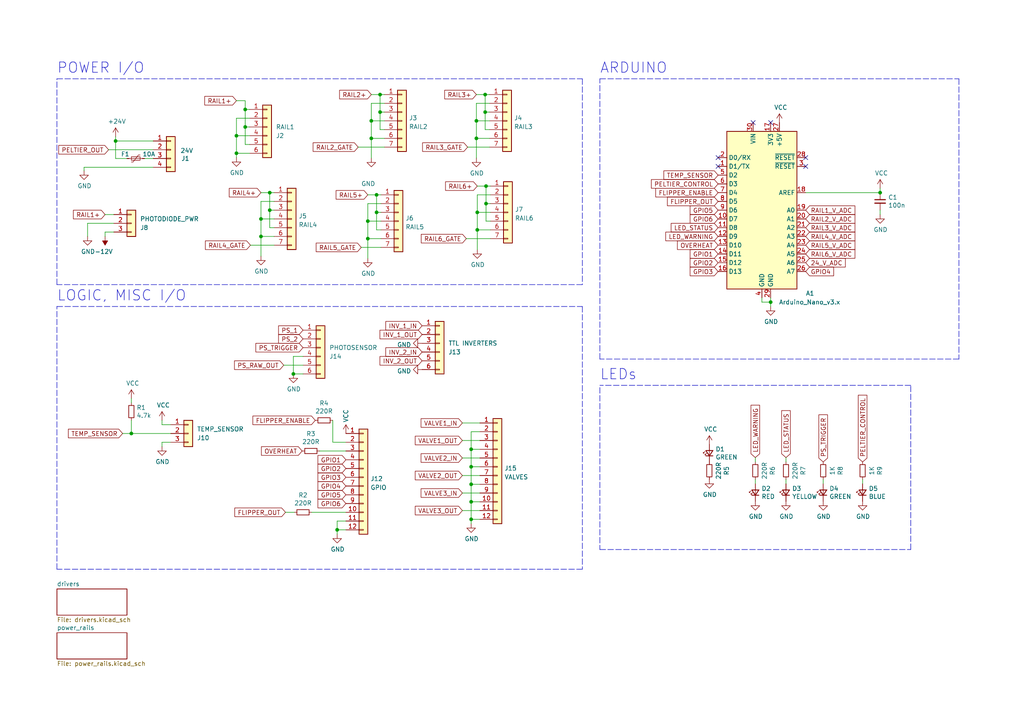
<source format=kicad_sch>
(kicad_sch (version 20211123) (generator eeschema)
  (paper "A4")
  (lib_symbols
    (symbol "Connector_Generic:Conn_01x03" (pin_names (offset 1.016) hide)
      (property "Reference" "J" (at 0 5.08 0))
      (property "Value" "Conn_01x03" (at 0 -5.08 0))
      (symbol "Conn_01x03_1_1"
        (rectangle (start -1.27 -2.413) (end 0 -2.667) (stroke (width 0.1524)))
        (rectangle (start -1.27 0.127) (end 0 -0.127) (stroke (width 0.1524)))
        (rectangle (start -1.27 2.667) (end 0 2.413) (stroke (width 0.1524)))
        (rectangle (start -1.27 3.81) (end 1.27 -3.81) (stroke (width 0.254)) (fill (type background)))
        (pin passive line (at -5.08 2.54 0) (length 3.81) (name "Pin_1") (number "1"))
        (pin passive line (at -5.08 0 0) (length 3.81) (name "Pin_2") (number "2"))
        (pin passive line (at -5.08 -2.54 0) (length 3.81) (name "Pin_3") (number "3"))
      )
    )
    (symbol "Connector_Generic:Conn_01x04" (pin_names (offset 1.016) hide)
      (property "Reference" "J" (at 0 5.08 0))
      (property "Value" "Conn_01x04" (at 0 -7.62 0))
      (symbol "Conn_01x04_1_1"
        (rectangle (start -1.27 -4.953) (end 0 -5.207) (stroke (width 0.1524)))
        (rectangle (start -1.27 -2.413) (end 0 -2.667) (stroke (width 0.1524)))
        (rectangle (start -1.27 0.127) (end 0 -0.127) (stroke (width 0.1524)))
        (rectangle (start -1.27 2.667) (end 0 2.413) (stroke (width 0.1524)))
        (rectangle (start -1.27 3.81) (end 1.27 -6.35) (stroke (width 0.254)) (fill (type background)))
        (pin passive line (at -5.08 2.54 0) (length 3.81) (name "Pin_1") (number "1"))
        (pin passive line (at -5.08 0 0) (length 3.81) (name "Pin_2") (number "2"))
        (pin passive line (at -5.08 -2.54 0) (length 3.81) (name "Pin_3") (number "3"))
        (pin passive line (at -5.08 -5.08 0) (length 3.81) (name "Pin_4") (number "4"))
      )
    )
    (symbol "Connector_Generic:Conn_01x06" (pin_names (offset 1.016) hide)
      (property "Reference" "J" (at 0 7.62 0))
      (property "Value" "Conn_01x06" (at 0 -10.16 0))
      (symbol "Conn_01x06_1_1"
        (rectangle (start -1.27 -7.493) (end 0 -7.747) (stroke (width 0.1524)))
        (rectangle (start -1.27 -4.953) (end 0 -5.207) (stroke (width 0.1524)))
        (rectangle (start -1.27 -2.413) (end 0 -2.667) (stroke (width 0.1524)))
        (rectangle (start -1.27 0.127) (end 0 -0.127) (stroke (width 0.1524)))
        (rectangle (start -1.27 2.667) (end 0 2.413) (stroke (width 0.1524)))
        (rectangle (start -1.27 5.207) (end 0 4.953) (stroke (width 0.1524)))
        (rectangle (start -1.27 6.35) (end 1.27 -8.89) (stroke (width 0.254)) (fill (type background)))
        (pin passive line (at -5.08 5.08 0) (length 3.81) (name "Pin_1") (number "1"))
        (pin passive line (at -5.08 2.54 0) (length 3.81) (name "Pin_2") (number "2"))
        (pin passive line (at -5.08 0 0) (length 3.81) (name "Pin_3") (number "3"))
        (pin passive line (at -5.08 -2.54 0) (length 3.81) (name "Pin_4") (number "4"))
        (pin passive line (at -5.08 -5.08 0) (length 3.81) (name "Pin_5") (number "5"))
        (pin passive line (at -5.08 -7.62 0) (length 3.81) (name "Pin_6") (number "6"))
      )
    )
    (symbol "Connector_Generic:Conn_01x07" (pin_names (offset 1.016) hide)
      (property "Reference" "J" (at 0 10.16 0))
      (property "Value" "Conn_01x07" (at 0 -10.16 0))
      (symbol "Conn_01x07_1_1"
        (rectangle (start -1.27 -7.493) (end 0 -7.747) (stroke (width 0.1524)))
        (rectangle (start -1.27 -4.953) (end 0 -5.207) (stroke (width 0.1524)))
        (rectangle (start -1.27 -2.413) (end 0 -2.667) (stroke (width 0.1524)))
        (rectangle (start -1.27 0.127) (end 0 -0.127) (stroke (width 0.1524)))
        (rectangle (start -1.27 2.667) (end 0 2.413) (stroke (width 0.1524)))
        (rectangle (start -1.27 5.207) (end 0 4.953) (stroke (width 0.1524)))
        (rectangle (start -1.27 7.747) (end 0 7.493) (stroke (width 0.1524)))
        (rectangle (start -1.27 8.89) (end 1.27 -8.89) (stroke (width 0.254)) (fill (type background)))
        (pin passive line (at -5.08 7.62 0) (length 3.81) (name "Pin_1") (number "1"))
        (pin passive line (at -5.08 5.08 0) (length 3.81) (name "Pin_2") (number "2"))
        (pin passive line (at -5.08 2.54 0) (length 3.81) (name "Pin_3") (number "3"))
        (pin passive line (at -5.08 0 0) (length 3.81) (name "Pin_4") (number "4"))
        (pin passive line (at -5.08 -2.54 0) (length 3.81) (name "Pin_5") (number "5"))
        (pin passive line (at -5.08 -5.08 0) (length 3.81) (name "Pin_6") (number "6"))
        (pin passive line (at -5.08 -7.62 0) (length 3.81) (name "Pin_7") (number "7"))
      )
    )
    (symbol "Connector_Generic:Conn_01x12" (pin_names (offset 1.016) hide)
      (property "Reference" "J" (at 0 15.24 0))
      (property "Value" "Conn_01x12" (at 0 -17.78 0))
      (symbol "Conn_01x12_1_1"
        (rectangle (start -1.27 -15.113) (end 0 -15.367) (stroke (width 0.1524)))
        (rectangle (start -1.27 -12.573) (end 0 -12.827) (stroke (width 0.1524)))
        (rectangle (start -1.27 -10.033) (end 0 -10.287) (stroke (width 0.1524)))
        (rectangle (start -1.27 -7.493) (end 0 -7.747) (stroke (width 0.1524)))
        (rectangle (start -1.27 -4.953) (end 0 -5.207) (stroke (width 0.1524)))
        (rectangle (start -1.27 -2.413) (end 0 -2.667) (stroke (width 0.1524)))
        (rectangle (start -1.27 0.127) (end 0 -0.127) (stroke (width 0.1524)))
        (rectangle (start -1.27 2.667) (end 0 2.413) (stroke (width 0.1524)))
        (rectangle (start -1.27 5.207) (end 0 4.953) (stroke (width 0.1524)))
        (rectangle (start -1.27 7.747) (end 0 7.493) (stroke (width 0.1524)))
        (rectangle (start -1.27 10.287) (end 0 10.033) (stroke (width 0.1524)))
        (rectangle (start -1.27 12.827) (end 0 12.573) (stroke (width 0.1524)))
        (rectangle (start -1.27 13.97) (end 1.27 -16.51) (stroke (width 0.254)) (fill (type background)))
        (pin passive line (at -5.08 12.7 0) (length 3.81) (name "Pin_1") (number "1"))
        (pin passive line (at -5.08 -10.16 0) (length 3.81) (name "Pin_10") (number "10"))
        (pin passive line (at -5.08 -12.7 0) (length 3.81) (name "Pin_11") (number "11"))
        (pin passive line (at -5.08 -15.24 0) (length 3.81) (name "Pin_12") (number "12"))
        (pin passive line (at -5.08 10.16 0) (length 3.81) (name "Pin_2") (number "2"))
        (pin passive line (at -5.08 7.62 0) (length 3.81) (name "Pin_3") (number "3"))
        (pin passive line (at -5.08 5.08 0) (length 3.81) (name "Pin_4") (number "4"))
        (pin passive line (at -5.08 2.54 0) (length 3.81) (name "Pin_5") (number "5"))
        (pin passive line (at -5.08 0 0) (length 3.81) (name "Pin_6") (number "6"))
        (pin passive line (at -5.08 -2.54 0) (length 3.81) (name "Pin_7") (number "7"))
        (pin passive line (at -5.08 -5.08 0) (length 3.81) (name "Pin_8") (number "8"))
        (pin passive line (at -5.08 -7.62 0) (length 3.81) (name "Pin_9") (number "9"))
      )
    )
    (symbol "Device:C_Small" (pin_numbers hide) (pin_names (offset 0.254) hide)
      (property "Reference" "C" (at 0.254 1.778 0))
      (property "Value" "C_Small" (at 0.254 -2.032 0))
      (symbol "C_Small_0_1"
        (polyline (pts (xy -1.524 -0.508) (xy 1.524 -0.508)) (stroke (width 0.3302)))
        (polyline (pts (xy -1.524 0.508) (xy 1.524 0.508)) (stroke (width 0.3048)))
      )
      (symbol "C_Small_1_1"
        (pin passive line (at 0 2.54 270) (length 2.032) (name "~") (number "1"))
        (pin passive line (at 0 -2.54 90) (length 2.032) (name "~") (number "2"))
      )
    )
    (symbol "Device:LED_Small" (pin_numbers hide) (pin_names (offset 0.254) hide)
      (property "Reference" "D" (at -1.27 3.175 0))
      (property "Value" "LED_Small" (at -4.445 -2.54 0))
      (symbol "LED_Small_0_1"
        (polyline (pts (xy -0.762 -1.016) (xy -0.762 1.016)) (stroke (width 0.254)))
        (polyline (pts (xy 1.016 0) (xy -0.762 0)))
        (polyline (pts (xy 0.762 -1.016) (xy -0.762 0) (xy 0.762 1.016) (xy 0.762 -1.016)) (stroke (width 0.254)))
        (polyline (pts (xy 0 0.762) (xy -0.508 1.27) (xy -0.254 1.27) (xy -0.508 1.27) (xy -0.508 1.016)))
        (polyline (pts (xy 0.508 1.27) (xy 0 1.778) (xy 0.254 1.778) (xy 0 1.778) (xy 0 1.524)))
      )
      (symbol "LED_Small_1_1"
        (pin passive line (at -2.54 0 0) (length 1.778) (name "K") (number "1"))
        (pin passive line (at 2.54 0 180) (length 1.778) (name "A") (number "2"))
      )
    )
    (symbol "Device:Polyfuse_Small" (pin_numbers hide) (pin_names (offset 0))
      (property "Reference" "F" (at -1.905 0 90))
      (property "Value" "Polyfuse_Small" (at 1.905 0 90))
      (symbol "Polyfuse_Small_0_1"
        (rectangle (start -0.508 1.27) (end 0.508 -1.27))
        (polyline (pts (xy 0 2.54) (xy 0 -2.54)))
        (polyline (pts (xy -1.016 1.27) (xy -1.016 0.762) (xy 1.016 -0.762) (xy 1.016 -1.27)))
      )
      (symbol "Polyfuse_Small_1_1"
        (pin passive line (at 0 2.54 270) (length 0.635) (name "~") (number "1"))
        (pin passive line (at 0 -2.54 90) (length 0.635) (name "~") (number "2"))
      )
    )
    (symbol "Device:R_Small" (pin_numbers hide) (pin_names (offset 0.254) hide)
      (property "Reference" "R" (at 0.762 0.508 0))
      (property "Value" "R_Small" (at 0.762 -1.016 0))
      (symbol "R_Small_0_1"
        (rectangle (start -0.762 1.778) (end 0.762 -1.778) (stroke (width 0.2032)))
      )
      (symbol "R_Small_1_1"
        (pin passive line (at 0 2.54 270) (length 0.762) (name "~") (number "1"))
        (pin passive line (at 0 -2.54 90) (length 0.762) (name "~") (number "2"))
      )
    )
    (symbol "MCU_Module:Arduino_Nano_v3.x"
      (property "Reference" "A" (at -10.16 23.495 0))
      (property "Value" "Arduino_Nano_v3.x" (at 5.08 -24.13 0))
      (symbol "Arduino_Nano_v3.x_0_1"
        (rectangle (start -10.16 22.86) (end 10.16 -22.86) (stroke (width 0.254)) (fill (type background)))
      )
      (symbol "Arduino_Nano_v3.x_1_1"
        (pin bidirectional line (at -12.7 12.7 0) (length 2.54) (name "D1/TX") (number "1"))
        (pin bidirectional line (at -12.7 -2.54 0) (length 2.54) (name "D7") (number "10"))
        (pin bidirectional line (at -12.7 -5.08 0) (length 2.54) (name "D8") (number "11"))
        (pin bidirectional line (at -12.7 -7.62 0) (length 2.54) (name "D9") (number "12"))
        (pin bidirectional line (at -12.7 -10.16 0) (length 2.54) (name "D10") (number "13"))
        (pin bidirectional line (at -12.7 -12.7 0) (length 2.54) (name "D11") (number "14"))
        (pin bidirectional line (at -12.7 -15.24 0) (length 2.54) (name "D12") (number "15"))
        (pin bidirectional line (at -12.7 -17.78 0) (length 2.54) (name "D13") (number "16"))
        (pin power_out line (at 2.54 25.4 270) (length 2.54) (name "3V3") (number "17"))
        (pin input line (at 12.7 5.08 180) (length 2.54) (name "AREF") (number "18"))
        (pin bidirectional line (at 12.7 0 180) (length 2.54) (name "A0") (number "19"))
        (pin bidirectional line (at -12.7 15.24 0) (length 2.54) (name "D0/RX") (number "2"))
        (pin bidirectional line (at 12.7 -2.54 180) (length 2.54) (name "A1") (number "20"))
        (pin bidirectional line (at 12.7 -5.08 180) (length 2.54) (name "A2") (number "21"))
        (pin bidirectional line (at 12.7 -7.62 180) (length 2.54) (name "A3") (number "22"))
        (pin bidirectional line (at 12.7 -10.16 180) (length 2.54) (name "A4") (number "23"))
        (pin bidirectional line (at 12.7 -12.7 180) (length 2.54) (name "A5") (number "24"))
        (pin bidirectional line (at 12.7 -15.24 180) (length 2.54) (name "A6") (number "25"))
        (pin bidirectional line (at 12.7 -17.78 180) (length 2.54) (name "A7") (number "26"))
        (pin power_out line (at 5.08 25.4 270) (length 2.54) (name "+5V") (number "27"))
        (pin input line (at 12.7 15.24 180) (length 2.54) (name "~{RESET}") (number "28"))
        (pin power_in line (at 2.54 -25.4 90) (length 2.54) (name "GND") (number "29"))
        (pin input line (at 12.7 12.7 180) (length 2.54) (name "~{RESET}") (number "3"))
        (pin power_in line (at -2.54 25.4 270) (length 2.54) (name "VIN") (number "30"))
        (pin power_in line (at 0 -25.4 90) (length 2.54) (name "GND") (number "4"))
        (pin bidirectional line (at -12.7 10.16 0) (length 2.54) (name "D2") (number "5"))
        (pin bidirectional line (at -12.7 7.62 0) (length 2.54) (name "D3") (number "6"))
        (pin bidirectional line (at -12.7 5.08 0) (length 2.54) (name "D4") (number "7"))
        (pin bidirectional line (at -12.7 2.54 0) (length 2.54) (name "D5") (number "8"))
        (pin bidirectional line (at -12.7 0 0) (length 2.54) (name "D6") (number "9"))
      )
    )
    (symbol "power:+24V" (power) (pin_names (offset 0))
      (property "Value" "+24V" (at 0 3.556 0))
      (symbol "+24V_0_1"
        (polyline (pts (xy -0.762 1.27) (xy 0 2.54)))
        (polyline (pts (xy 0 0) (xy 0 2.54)))
        (polyline (pts (xy 0 2.54) (xy 0.762 1.27)))
      )
      (symbol "+24V_1_1"
        (pin power_in line (at 0 0 90) (length 0) hide (name "+24V") (number "1"))
      )
    )
    (symbol "power:-12V" (power) (pin_names (offset 0))
      (property "Value" "-12V" (at 0 3.81 0))
      (symbol "-12V_0_0"
        (pin power_in line (at 0 0 90) (length 0) hide (name "-12V") (number "1"))
      )
      (symbol "-12V_0_1"
        (polyline (pts (xy 0 0) (xy 0 1.27) (xy 0.762 1.27) (xy 0 2.54) (xy -0.762 1.27) (xy 0 1.27)) (fill (type outline)))
      )
    )
    (symbol "power:GND" (power) (pin_names (offset 0))
      (property "Value" "GND" (at 0 -3.81 0))
      (symbol "GND_0_1"
        (polyline (pts (xy 0 0) (xy 0 -1.27) (xy 1.27 -1.27) (xy 0 -2.54) (xy -1.27 -1.27) (xy 0 -1.27)))
      )
      (symbol "GND_1_1"
        (pin power_in line (at 0 0 270) (length 0) hide (name "GND") (number "1"))
      )
    )
    (symbol "power:VCC" (power) (pin_names (offset 0))
      (property "Value" "VCC" (at 0 3.81 0))
      (symbol "VCC_0_1"
        (polyline (pts (xy -0.762 1.27) (xy 0 2.54)))
        (polyline (pts (xy 0 0) (xy 0 2.54)))
        (polyline (pts (xy 0 2.54) (xy 0.762 1.27)))
      )
      (symbol "VCC_1_1"
        (pin power_in line (at 0 0 90) (length 0) hide (name "VCC") (number "1"))
      )
    )
  )
  (junction (at 255.27 55.88))
  (junction (at 138.176 40.132))
  (junction (at 97.79 153.67))
  (junction (at 85.09 108.458))
  (junction (at 136.652 145.542))
  (junction (at 138.43 66.675))
  (junction (at 136.652 140.462))
  (junction (at 68.58 39.37))
  (junction (at 138.43 61.595))
  (junction (at 109.22 56.515))
  (junction (at 78.232 60.96))
  (junction (at 107.696 40.132))
  (junction (at 140.97 59.055))
  (junction (at 138.176 35.052))
  (junction (at 109.22 61.595))
  (junction (at 136.652 130.302))
  (junction (at 71.12 36.83))
  (junction (at 110.236 27.432))
  (junction (at 71.12 31.75))
  (junction (at 136.652 150.622))
  (junction (at 106.68 64.135))
  (junction (at 140.97 53.975))
  (junction (at 68.58 44.45))
  (junction (at 107.696 35.052))
  (junction (at 78.232 55.88))
  (junction (at 33.528 40.894))
  (junction (at 223.52 87.63))
  (junction (at 106.68 69.215))
  (junction (at 140.716 32.512))
  (junction (at 38.1 125.73))
  (junction (at 75.692 63.5))
  (junction (at 136.652 135.382))
  (junction (at 110.236 32.512))
  (junction (at 75.692 68.58))
  (junction (at 140.716 27.432))
  (no_connect (at 223.52 35.56))
  (no_connect (at 233.68 45.72))
  (no_connect (at 208.28 45.72))
  (no_connect (at 208.28 48.26))
  (no_connect (at 218.44 35.56))
  (no_connect (at 233.68 48.26))
  (wire (pts (xy 71.12 36.83) (xy 72.39 36.83)))
  (wire (pts (xy 111.506 35.052) (xy 107.696 35.052)))
  (wire (pts (xy 109.22 56.515) (xy 109.22 61.595)))
  (wire (pts (xy 25.4 64.77) (xy 25.4 68.58)))
  (wire (pts (xy 38.1 121.92) (xy 38.1 125.73)))
  (polyline (pts (xy 173.99 159.385) (xy 264.16 159.385)))
  (wire (pts (xy 219.075 139.065) (xy 219.075 140.335)))
  (wire (pts (xy 139.192 125.222) (xy 136.652 125.222)))
  (wire (pts (xy 78.232 60.96) (xy 78.232 66.04)))
  (wire (pts (xy 33.02 64.77) (xy 25.4 64.77)))
  (wire (pts (xy 75.692 63.5) (xy 75.692 68.58)))
  (wire (pts (xy 136.652 125.222) (xy 136.652 130.302)))
  (wire (pts (xy 138.176 35.052) (xy 138.176 40.132)))
  (wire (pts (xy 78.232 60.96) (xy 79.502 60.96)))
  (wire (pts (xy 107.696 29.972) (xy 107.696 35.052)))
  (wire (pts (xy 110.49 64.135) (xy 106.68 64.135)))
  (wire (pts (xy 46.99 121.92) (xy 46.99 123.19)))
  (wire (pts (xy 107.696 27.432) (xy 110.236 27.432)))
  (wire (pts (xy 140.97 64.135) (xy 142.24 64.135)))
  (wire (pts (xy 75.692 55.88) (xy 78.232 55.88)))
  (wire (pts (xy 72.644 71.12) (xy 79.502 71.12)))
  (wire (pts (xy 223.52 88.9) (xy 223.52 87.63)))
  (polyline (pts (xy 264.16 111.76) (xy 173.99 111.76)))
  (wire (pts (xy 134.112 122.682) (xy 139.192 122.682)))
  (wire (pts (xy 107.696 35.052) (xy 107.696 40.132)))
  (wire (pts (xy 107.696 40.132) (xy 107.696 45.847)))
  (wire (pts (xy 30.48 68.58) (xy 30.48 67.31)))
  (wire (pts (xy 106.68 69.215) (xy 106.68 74.93)))
  (wire (pts (xy 135.255 69.215) (xy 142.24 69.215)))
  (wire (pts (xy 140.716 27.432) (xy 140.716 32.512)))
  (wire (pts (xy 255.27 62.23) (xy 255.27 60.96)))
  (wire (pts (xy 90.424 148.59) (xy 100.33 148.59)))
  (wire (pts (xy 68.58 39.37) (xy 68.58 44.45)))
  (polyline (pts (xy 168.91 88.9) (xy 168.91 165.1)))
  (wire (pts (xy 97.79 153.67) (xy 97.79 154.94)))
  (polyline (pts (xy 16.51 82.55) (xy 16.51 22.86)))
  (wire (pts (xy 136.652 145.542) (xy 136.652 150.622)))
  (wire (pts (xy 238.76 140.335) (xy 238.76 139.065)))
  (wire (pts (xy 223.52 86.36) (xy 223.52 87.63)))
  (wire (pts (xy 46.99 128.27) (xy 46.99 129.54)))
  (wire (pts (xy 110.236 27.432) (xy 110.236 32.512)))
  (wire (pts (xy 138.43 61.595) (xy 138.43 66.675)))
  (wire (pts (xy 140.716 37.592) (xy 141.986 37.592)))
  (wire (pts (xy 140.97 59.055) (xy 140.97 64.135)))
  (wire (pts (xy 33.528 39.624) (xy 33.528 40.894)))
  (wire (pts (xy 141.986 40.132) (xy 138.176 40.132)))
  (polyline (pts (xy 16.51 165.1) (xy 16.51 88.9)))
  (wire (pts (xy 96.52 121.92) (xy 96.52 128.27)))
  (polyline (pts (xy 168.91 165.1) (xy 16.51 165.1)))
  (wire (pts (xy 33.528 40.894) (xy 33.528 45.974)))
  (wire (pts (xy 136.652 135.382) (xy 136.652 140.462)))
  (wire (pts (xy 82.296 105.918) (xy 87.884 105.918)))
  (wire (pts (xy 220.98 87.63) (xy 223.52 87.63)))
  (wire (pts (xy 106.68 56.515) (xy 109.22 56.515)))
  (wire (pts (xy 30.48 62.23) (xy 33.02 62.23)))
  (wire (pts (xy 219.075 133.985) (xy 219.075 132.715)))
  (wire (pts (xy 110.236 32.512) (xy 111.506 32.512)))
  (polyline (pts (xy 173.99 112.395) (xy 173.99 159.385)))
  (wire (pts (xy 106.68 64.135) (xy 106.68 69.215)))
  (wire (pts (xy 104.775 71.755) (xy 110.49 71.755)))
  (wire (pts (xy 103.886 42.672) (xy 111.506 42.672)))
  (wire (pts (xy 138.43 53.975) (xy 140.97 53.975)))
  (wire (pts (xy 138.176 29.972) (xy 138.176 35.052)))
  (wire (pts (xy 71.12 29.21) (xy 71.12 31.75)))
  (wire (pts (xy 30.48 67.31) (xy 33.02 67.31)))
  (polyline (pts (xy 264.16 159.385) (xy 264.16 111.76)))
  (wire (pts (xy 71.12 36.83) (xy 71.12 41.91)))
  (wire (pts (xy 136.652 140.462) (xy 136.652 145.542)))
  (wire (pts (xy 140.97 59.055) (xy 142.24 59.055)))
  (wire (pts (xy 96.52 128.27) (xy 100.33 128.27)))
  (wire (pts (xy 79.502 58.42) (xy 75.692 58.42)))
  (wire (pts (xy 134.112 132.842) (xy 139.192 132.842)))
  (wire (pts (xy 36.83 45.974) (xy 33.528 45.974)))
  (wire (pts (xy 72.39 39.37) (xy 68.58 39.37)))
  (wire (pts (xy 136.652 145.542) (xy 139.192 145.542)))
  (wire (pts (xy 87.884 108.458) (xy 85.09 108.458)))
  (wire (pts (xy 109.22 61.595) (xy 110.49 61.595)))
  (wire (pts (xy 134.112 143.002) (xy 139.192 143.002)))
  (wire (pts (xy 110.236 27.432) (xy 111.506 27.432)))
  (wire (pts (xy 75.692 58.42) (xy 75.692 63.5)))
  (wire (pts (xy 136.652 140.462) (xy 139.192 140.462)))
  (wire (pts (xy 68.58 34.29) (xy 68.58 39.37)))
  (wire (pts (xy 38.1 115.57) (xy 38.1 116.84)))
  (wire (pts (xy 46.99 123.19) (xy 49.53 123.19)))
  (wire (pts (xy 111.506 40.132) (xy 107.696 40.132)))
  (wire (pts (xy 41.91 45.974) (xy 44.45 45.974)))
  (wire (pts (xy 78.232 66.04) (xy 79.502 66.04)))
  (wire (pts (xy 140.716 32.512) (xy 141.986 32.512)))
  (wire (pts (xy 71.12 31.75) (xy 71.12 36.83)))
  (wire (pts (xy 71.12 41.91) (xy 72.39 41.91)))
  (wire (pts (xy 97.79 151.13) (xy 100.33 151.13)))
  (wire (pts (xy 136.652 130.302) (xy 136.652 135.382)))
  (polyline (pts (xy 168.91 82.55) (xy 16.51 82.55)))
  (wire (pts (xy 109.22 61.595) (xy 109.22 66.675)))
  (wire (pts (xy 24.384 48.514) (xy 24.384 49.53)))
  (wire (pts (xy 142.24 61.595) (xy 138.43 61.595)))
  (wire (pts (xy 38.1 125.73) (xy 49.53 125.73)))
  (wire (pts (xy 110.236 32.512) (xy 110.236 37.592)))
  (wire (pts (xy 138.176 27.432) (xy 140.716 27.432)))
  (wire (pts (xy 85.09 103.378) (xy 85.09 108.458)))
  (wire (pts (xy 220.98 86.36) (xy 220.98 87.63)))
  (wire (pts (xy 139.192 148.082) (xy 134.112 148.082)))
  (wire (pts (xy 109.22 56.515) (xy 110.49 56.515)))
  (wire (pts (xy 38.1 125.73) (xy 35.56 125.73)))
  (wire (pts (xy 142.24 66.675) (xy 138.43 66.675)))
  (wire (pts (xy 72.39 34.29) (xy 68.58 34.29)))
  (wire (pts (xy 72.39 44.45) (xy 68.58 44.45)))
  (wire (pts (xy 110.236 37.592) (xy 111.506 37.592)))
  (wire (pts (xy 138.43 66.675) (xy 138.43 72.39)))
  (polyline (pts (xy 278.13 22.86) (xy 278.13 104.14)))
  (wire (pts (xy 33.528 40.894) (xy 44.45 40.894)))
  (wire (pts (xy 106.68 69.215) (xy 110.49 69.215)))
  (wire (pts (xy 142.24 56.515) (xy 138.43 56.515)))
  (wire (pts (xy 138.176 40.132) (xy 138.176 45.847)))
  (wire (pts (xy 49.53 128.27) (xy 46.99 128.27)))
  (wire (pts (xy 141.986 35.052) (xy 138.176 35.052)))
  (wire (pts (xy 110.49 59.055) (xy 106.68 59.055)))
  (wire (pts (xy 97.79 153.67) (xy 97.79 151.13)))
  (wire (pts (xy 138.43 56.515) (xy 138.43 61.595)))
  (wire (pts (xy 140.716 32.512) (xy 140.716 37.592)))
  (wire (pts (xy 100.33 153.67) (xy 97.79 153.67)))
  (wire (pts (xy 92.71 130.81) (xy 100.33 130.81)))
  (wire (pts (xy 68.58 29.21) (xy 71.12 29.21)))
  (wire (pts (xy 82.804 148.59) (xy 85.344 148.59)))
  (polyline (pts (xy 278.13 104.14) (xy 173.99 104.14)))
  (wire (pts (xy 227.965 133.985) (xy 227.965 132.715)))
  (wire (pts (xy 140.97 53.975) (xy 142.24 53.975)))
  (wire (pts (xy 85.09 103.378) (xy 87.884 103.378)))
  (wire (pts (xy 233.68 55.88) (xy 255.27 55.88)))
  (wire (pts (xy 250.19 139.065) (xy 250.19 140.335)))
  (wire (pts (xy 78.232 55.88) (xy 79.502 55.88)))
  (wire (pts (xy 24.384 48.514) (xy 44.45 48.514)))
  (wire (pts (xy 136.652 150.622) (xy 139.192 150.622)))
  (wire (pts (xy 255.27 54.61) (xy 255.27 55.88)))
  (wire (pts (xy 140.97 53.975) (xy 140.97 59.055)))
  (wire (pts (xy 79.502 63.5) (xy 75.692 63.5)))
  (wire (pts (xy 227.965 139.065) (xy 227.965 140.335)))
  (wire (pts (xy 68.58 44.45) (xy 68.58 45.72)))
  (wire (pts (xy 141.986 29.972) (xy 138.176 29.972)))
  (wire (pts (xy 78.232 55.88) (xy 78.232 60.96)))
  (polyline (pts (xy 173.99 104.14) (xy 173.99 22.86)))
  (wire (pts (xy 71.12 31.75) (xy 72.39 31.75)))
  (wire (pts (xy 79.502 68.58) (xy 75.692 68.58)))
  (wire (pts (xy 135.636 42.672) (xy 141.986 42.672)))
  (wire (pts (xy 136.652 151.892) (xy 136.652 150.622)))
  (wire (pts (xy 106.68 59.055) (xy 106.68 64.135)))
  (polyline (pts (xy 16.51 88.9) (xy 168.91 88.9)))
  (wire (pts (xy 139.192 127.762) (xy 134.112 127.762)))
  (wire (pts (xy 109.22 66.675) (xy 110.49 66.675)))
  (polyline (pts (xy 16.51 22.86) (xy 168.91 22.86)))
  (wire (pts (xy 140.716 27.432) (xy 141.986 27.432)))
  (polyline (pts (xy 168.91 22.86) (xy 168.91 82.55)))
  (wire (pts (xy 31.496 43.434) (xy 44.45 43.434)))
  (wire (pts (xy 139.192 137.922) (xy 134.112 137.922)))
  (wire (pts (xy 111.506 29.972) (xy 107.696 29.972)))
  (wire (pts (xy 75.692 68.58) (xy 75.692 74.295)))
  (wire (pts (xy 139.192 135.382) (xy 136.652 135.382)))
  (polyline (pts (xy 173.99 22.86) (xy 278.13 22.86)))
  (wire (pts (xy 136.652 130.302) (xy 139.192 130.302)))
  (text "LEDs" (at 173.99 110.49 0) (effects (font (size 2.9972 2.9972)) (justify left bottom)))
  (text "ARDUINO" (at 173.99 21.59 0) (effects (font (size 2.9972 2.9972)) (justify left bottom)))
  (text "POWER I/O" (at 16.51 21.59 0) (effects (font (size 2.9972 2.9972)) (justify left bottom)))
  (text "LOGIC, MISC I/O" (at 16.51 87.63 0) (effects (font (size 2.9972 2.9972)) (justify left bottom)))
  (global_label "VALVE2_OUT" (shape input) (at 134.112 137.922 180) (property "Intersheet References" "${INTERSHEET_REFS}" (effects hide)))
  (global_label "GPIO3" (shape input) (at 208.28 78.74 180) (property "Intersheet References" "${INTERSHEET_REFS}" (effects hide)))
  (global_label "FLIPPER_OUT" (shape input) (at 208.28 58.42 180) (property "Intersheet References" "${INTERSHEET_REFS}" (effects hide)))
  (global_label "GPIO6" (shape input) (at 100.33 146.05 180) (property "Intersheet References" "${INTERSHEET_REFS}" (effects hide)))
  (global_label "GPIO4" (shape input) (at 233.68 78.74 0) (property "Intersheet References" "${INTERSHEET_REFS}" (effects hide)))
  (global_label "PS_RAW_OUT" (shape input) (at 82.296 105.918 180) (property "Intersheet References" "${INTERSHEET_REFS}" (effects hide)))
  (global_label "PELTIER_CONTROL" (shape input) (at 250.19 133.985 90) (property "Intersheet References" "${INTERSHEET_REFS}" (effects hide)))
  (global_label "RAIL6_GATE" (shape input) (at 135.255 69.215 180) (property "Intersheet References" "${INTERSHEET_REFS}" (effects hide)))
  (global_label "RAIL4+" (shape input) (at 75.692 55.88 180) (property "Intersheet References" "${INTERSHEET_REFS}" (effects hide)))
  (global_label "PELTIER_OUT" (shape input) (at 31.496 43.434 180) (property "Intersheet References" "${INTERSHEET_REFS}" (effects hide)))
  (global_label "RAIL5_GATE" (shape input) (at 104.775 71.755 180) (property "Intersheet References" "${INTERSHEET_REFS}" (effects hide)))
  (global_label "INV_2_IN" (shape input) (at 122.428 102.108 180) (property "Intersheet References" "${INTERSHEET_REFS}" (effects hide)))
  (global_label "RAIL3_V_ADC" (shape input) (at 233.68 66.04 0) (property "Intersheet References" "${INTERSHEET_REFS}" (effects hide)))
  (global_label "RAIL1_V_ADC" (shape input) (at 233.68 60.96 0) (property "Intersheet References" "${INTERSHEET_REFS}" (effects hide)))
  (global_label "FLIPPER_OUT" (shape input) (at 82.804 148.59 180) (property "Intersheet References" "${INTERSHEET_REFS}" (effects hide)))
  (global_label "PS_2" (shape input) (at 87.884 98.298 180) (property "Intersheet References" "${INTERSHEET_REFS}" (effects hide)))
  (global_label "GPIO5" (shape input) (at 208.28 60.96 180) (property "Intersheet References" "${INTERSHEET_REFS}" (effects hide)))
  (global_label "OVERHEAT" (shape input) (at 87.63 130.81 180) (property "Intersheet References" "${INTERSHEET_REFS}" (effects hide)))
  (global_label "RAIL5_V_ADC" (shape input) (at 233.68 71.12 0) (property "Intersheet References" "${INTERSHEET_REFS}" (effects hide)))
  (global_label "PS_1" (shape input) (at 87.884 95.758 180) (property "Intersheet References" "${INTERSHEET_REFS}" (effects hide)))
  (global_label "PELTIER_CONTROL" (shape input) (at 208.28 53.34 180) (property "Intersheet References" "${INTERSHEET_REFS}" (effects hide)))
  (global_label "RAIL6+" (shape input) (at 138.43 53.975 180) (property "Intersheet References" "${INTERSHEET_REFS}" (effects hide)))
  (global_label "LED_WARNING" (shape input) (at 208.28 68.58 180) (property "Intersheet References" "${INTERSHEET_REFS}" (effects hide)))
  (global_label "RAIL5+" (shape input) (at 106.68 56.515 180) (property "Intersheet References" "${INTERSHEET_REFS}" (effects hide)))
  (global_label "RAIL3+" (shape input) (at 138.176 27.432 180) (property "Intersheet References" "${INTERSHEET_REFS}" (effects hide)))
  (global_label "RAIL1+" (shape input) (at 68.58 29.21 180) (property "Intersheet References" "${INTERSHEET_REFS}" (effects hide)))
  (global_label "LED_STATUS" (shape input) (at 208.28 66.04 180) (property "Intersheet References" "${INTERSHEET_REFS}" (effects hide)))
  (global_label "VALVE2_IN" (shape input) (at 134.112 132.842 180) (property "Intersheet References" "${INTERSHEET_REFS}" (effects hide)))
  (global_label "VALVE1_OUT" (shape input) (at 134.112 127.762 180) (property "Intersheet References" "${INTERSHEET_REFS}" (effects hide)))
  (global_label "VALVE1_IN" (shape input) (at 134.112 122.682 180) (property "Intersheet References" "${INTERSHEET_REFS}" (effects hide)))
  (global_label "GPIO5" (shape input) (at 100.33 143.51 180) (property "Intersheet References" "${INTERSHEET_REFS}" (effects hide)))
  (global_label "VALVE3_OUT" (shape input) (at 134.112 148.082 180) (property "Intersheet References" "${INTERSHEET_REFS}" (effects hide)))
  (global_label "LED_STATUS" (shape input) (at 227.965 132.715 90) (property "Intersheet References" "${INTERSHEET_REFS}" (effects hide)))
  (global_label "GPIO6" (shape input) (at 208.28 63.5 180) (property "Intersheet References" "${INTERSHEET_REFS}" (effects hide)))
  (global_label "GPIO4" (shape input) (at 100.33 140.97 180) (property "Intersheet References" "${INTERSHEET_REFS}" (effects hide)))
  (global_label "RAIL1+" (shape input) (at 30.48 62.23 180) (property "Intersheet References" "${INTERSHEET_REFS}" (effects hide)))
  (global_label "RAIL2_GATE" (shape input) (at 103.886 42.672 180) (property "Intersheet References" "${INTERSHEET_REFS}" (effects hide)))
  (global_label "GPIO1" (shape input) (at 100.33 133.35 180) (property "Intersheet References" "${INTERSHEET_REFS}" (effects hide)))
  (global_label "GPIO2" (shape input) (at 208.28 76.2 180) (property "Intersheet References" "${INTERSHEET_REFS}" (effects hide)))
  (global_label "INV_2_OUT" (shape input) (at 122.428 104.648 180) (property "Intersheet References" "${INTERSHEET_REFS}" (effects hide)))
  (global_label "LED_WARNING" (shape input) (at 219.075 132.715 90) (property "Intersheet References" "${INTERSHEET_REFS}" (effects hide)))
  (global_label "GPIO2" (shape input) (at 100.33 135.89 180) (property "Intersheet References" "${INTERSHEET_REFS}" (effects hide)))
  (global_label "RAIL3_GATE" (shape input) (at 135.636 42.672 180) (property "Intersheet References" "${INTERSHEET_REFS}" (effects hide)))
  (global_label "FLIPPER_ENABLE" (shape input) (at 91.44 121.92 180) (property "Intersheet References" "${INTERSHEET_REFS}" (effects hide)))
  (global_label "RAIL2+" (shape input) (at 107.696 27.432 180) (property "Intersheet References" "${INTERSHEET_REFS}" (effects hide)))
  (global_label "INV_1_IN" (shape input) (at 122.428 94.488 180) (property "Intersheet References" "${INTERSHEET_REFS}" (effects hide)))
  (global_label "RAIL6_V_ADC" (shape input) (at 233.68 73.66 0) (property "Intersheet References" "${INTERSHEET_REFS}" (effects hide)))
  (global_label "RAIL4_V_ADC" (shape input) (at 233.68 68.58 0) (property "Intersheet References" "${INTERSHEET_REFS}" (effects hide)))
  (global_label "GPIO3" (shape input) (at 100.33 138.43 180) (property "Intersheet References" "${INTERSHEET_REFS}" (effects hide)))
  (global_label "INV_1_OUT" (shape input) (at 122.428 97.028 180) (property "Intersheet References" "${INTERSHEET_REFS}" (effects hide)))
  (global_label "FLIPPER_ENABLE" (shape input) (at 208.28 55.88 180) (property "Intersheet References" "${INTERSHEET_REFS}" (effects hide)))
  (global_label "24_V_ADC" (shape input) (at 233.68 76.2 0) (property "Intersheet References" "${INTERSHEET_REFS}" (effects hide)))
  (global_label "PS_TRIGGER" (shape input) (at 238.76 133.985 90) (property "Intersheet References" "${INTERSHEET_REFS}" (effects hide)))
  (global_label "GPIO1" (shape input) (at 208.28 73.66 180) (property "Intersheet References" "${INTERSHEET_REFS}" (effects hide)))
  (global_label "OVERHEAT" (shape input) (at 208.28 71.12 180) (property "Intersheet References" "${INTERSHEET_REFS}" (effects hide)))
  (global_label "TEMP_SENSOR" (shape input) (at 208.28 50.8 180) (property "Intersheet References" "${INTERSHEET_REFS}" (effects hide)))
  (global_label "PS_TRIGGER" (shape input) (at 87.884 100.838 180) (property "Intersheet References" "${INTERSHEET_REFS}" (effects hide)))
  (global_label "VALVE3_IN" (shape input) (at 134.112 143.002 180) (property "Intersheet References" "${INTERSHEET_REFS}" (effects hide)))
  (global_label "RAIL4_GATE" (shape input) (at 72.644 71.12 180) (property "Intersheet References" "${INTERSHEET_REFS}" (effects hide)))
  (global_label "TEMP_SENSOR" (shape input) (at 35.56 125.73 180) (property "Intersheet References" "${INTERSHEET_REFS}" (effects hide)))
  (global_label "RAIL2_V_ADC" (shape input) (at 233.68 63.5 0) (property "Intersheet References" "${INTERSHEET_REFS}" (effects hide)))
  (symbol (lib_id "Connector_Generic:Conn_01x06") (at 77.47 36.83 0) (unit 1)
    (property "Reference" "J2" (at 80.01 39.37 0) (effects (justify left)))
    (property "Value" "RAIL1" (at 80.01 36.83 0) (effects (justify left)))
    (property "Footprint" "TerminalBlock_Phoenix:TerminalBlock_Phoenix_PT-1,5-6-5.0-H_1x06_P5.00mm_Horizontal" (effects hide))
  )
  (symbol (lib_id "Connector_Generic:Conn_01x03") (at 38.1 64.77 0) (unit 1)
    (property "Reference" "J8" (at 40.64 66.04 0) (effects (justify left)))
    (property "Value" "PHOTODIODE_PWR" (at 40.64 63.5 0) (effects (justify left)))
    (property "Footprint" "TerminalBlock_Phoenix:TerminalBlock_Phoenix_PT-1,5-3-5.0-H_1x03_P5.00mm_Horizontal" (effects hide))
  )
  (symbol (lib_id "MCU_Module:Arduino_Nano_v3.x") (at 220.98 60.96 0) (unit 1)
    (property "Reference" "A1" (at 234.95 85.09 0))
    (property "Value" "Arduino_Nano_v3.x" (at 234.823 87.63 0))
    (property "Footprint" "Module:Arduino_Nano" (effects hide))
    (property "Datasheet" "http://www.mouser.com/pdfdocs/Gravitech_Arduino_Nano3_0.pdf" (effects hide))
  )
  (symbol (lib_id "power:GND") (at 68.58 45.72 0) (unit 1)
    (property "Reference" "#PWR010" (effects hide))
    (property "Value" "GND" (at 68.707 50.1142 0))
  )
  (symbol (lib_id "power:GND") (at 24.384 49.53 0) (unit 1)
    (property "Reference" "#PWR06" (effects hide))
    (property "Value" "GND" (at 24.511 53.9242 0))
  )
  (symbol (lib_id "power:-12V") (at 30.48 68.58 180) (unit 1)
    (property "Reference" "#PWR04" (effects hide))
    (property "Value" "-12V" (at 30.099 72.9742 0))
  )
  (symbol (lib_id "power:GND") (at 25.4 68.58 0) (unit 1)
    (property "Reference" "#PWR02" (effects hide))
    (property "Value" "GND" (at 25.527 72.9742 0))
  )
  (symbol (lib_id "power:GND") (at 138.43 72.39 0) (unit 1)
    (property "Reference" "#PWR019" (effects hide))
    (property "Value" "GND" (at 138.557 76.7842 0))
  )
  (symbol (lib_id "power:GND") (at 46.99 129.54 0) (unit 1)
    (property "Reference" "#PWR08" (effects hide))
    (property "Value" "GND" (at 47.117 133.9342 0))
  )
  (symbol (lib_id "Connector_Generic:Conn_01x03") (at 54.61 125.73 0) (unit 1)
    (property "Reference" "J10" (at 57.15 127 0) (effects (justify left)))
    (property "Value" "TEMP_SENSOR" (at 57.15 124.46 0) (effects (justify left)))
    (property "Footprint" "TerminalBlock_Phoenix:TerminalBlock_Phoenix_PT-1,5-3-5.0-H_1x03_P5.00mm_Horizontal" (effects hide))
  )
  (symbol (lib_id "Device:R_Small") (at 38.1 119.38 0) (unit 1)
    (property "Reference" "R1" (at 39.5986 118.2116 0) (effects (justify left)))
    (property "Value" "4.7k" (at 39.5986 120.523 0) (effects (justify left)))
    (property "Footprint" "Resistor_SMD:R_0805_2012Metric" (effects hide))
    (property "LCSC Part Number" "C17673" (effects hide))
  )
  (symbol (lib_id "Device:R_Small") (at 87.884 148.59 270) (unit 1)
    (property "Reference" "R2" (at 87.884 143.6116 90))
    (property "Value" "220R" (at 87.884 145.923 90))
    (property "Footprint" "Resistor_SMD:R_0805_2012Metric" (effects hide))
    (property "LCSC Part Number" "C17557" (effects hide))
  )
  (symbol (lib_id "Device:Polyfuse_Small") (at 39.37 45.974 270) (unit 1)
    (property "Reference" "F1" (at 36.322 44.704 90))
    (property "Value" "10A" (at 43.18 44.704 90))
    (property "Footprint" "Fuse:Fuse_Littelfuse-LVR100" (effects hide))
  )
  (symbol (lib_id "Device:R_Small") (at 93.98 121.92 270) (unit 1)
    (property "Reference" "R4" (at 93.98 116.9416 90))
    (property "Value" "220R" (at 93.98 119.253 90))
    (property "Footprint" "Resistor_SMD:R_0805_2012Metric" (effects hide))
    (property "LCSC Part Number" "C17557" (effects hide))
  )
  (symbol (lib_id "power:GND") (at 97.79 154.94 0) (unit 1)
    (property "Reference" "#PWR013" (effects hide))
    (property "Value" "GND" (at 97.917 159.3342 0))
  )
  (symbol (lib_id "power:GND") (at 223.52 88.9 0) (unit 1)
    (property "Reference" "#PWR027" (effects hide))
    (property "Value" "GND" (at 223.647 93.2942 0))
  )
  (symbol (lib_id "power:VCC") (at 226.06 35.56 0) (unit 1)
    (property "Reference" "#PWR028" (effects hide))
    (property "Value" "VCC" (at 226.441 31.1658 0))
  )
  (symbol (lib_id "power:VCC") (at 255.27 54.61 0) (unit 1)
    (property "Reference" "#PWR032" (effects hide))
    (property "Value" "VCC" (at 255.651 50.2158 0))
  )
  (symbol (lib_id "Device:C_Small") (at 255.27 58.42 0) (unit 1)
    (property "Reference" "C1" (at 257.6068 57.2516 0) (effects (justify left)))
    (property "Value" "100n" (at 257.6068 59.563 0) (effects (justify left)))
    (property "Footprint" "Capacitor_SMD:C_0805_2012Metric" (effects hide))
    (property "LCSC Part Number" "C28233" (effects hide))
  )
  (symbol (lib_id "power:GND") (at 255.27 62.23 0) (unit 1)
    (property "Reference" "#PWR033" (effects hide))
    (property "Value" "GND" (at 255.397 66.6242 0))
  )
  (symbol (lib_id "power:VCC") (at 100.33 125.73 0) (unit 1)
    (property "Reference" "#PWR014" (effects hide))
    (property "Value" "VCC" (at 100.33 122.555 90) (effects (justify left)))
  )
  (symbol (lib_id "Device:LED_Small") (at 219.075 142.875 90) (unit 1)
    (property "Reference" "D2" (at 220.853 141.7066 90) (effects (justify right)))
    (property "Value" "RED" (at 220.853 144.018 90) (effects (justify right)))
    (property "Footprint" "LED_SMD:LED_0805_2012Metric" (effects hide))
    (property "LCSC Part Number" "C84256" (effects hide))
  )
  (symbol (lib_id "Device:R_Small") (at 219.075 136.525 180) (unit 1)
    (property "Reference" "R6" (at 224.0534 136.525 90))
    (property "Value" "220R" (at 221.742 136.525 90))
    (property "Footprint" "Resistor_SMD:R_0805_2012Metric" (effects hide))
    (property "LCSC Part Number" "C17557" (effects hide))
  )
  (symbol (lib_id "Device:LED_Small") (at 227.965 142.875 90) (unit 1)
    (property "Reference" "D3" (at 229.743 141.7066 90) (effects (justify right)))
    (property "Value" "YELLOW" (at 229.743 144.018 90) (effects (justify right)))
    (property "Footprint" "LED_SMD:LED_0805_2012Metric" (effects hide))
    (property "LCSC Part Number" "C2296" (effects hide))
  )
  (symbol (lib_id "Device:R_Small") (at 227.965 136.525 180) (unit 1)
    (property "Reference" "R7" (at 232.9434 136.525 90))
    (property "Value" "220R" (at 230.632 136.525 90))
    (property "Footprint" "Resistor_SMD:R_0805_2012Metric" (effects hide))
    (property "LCSC Part Number" "C17557" (effects hide))
  )
  (symbol (lib_id "power:GND") (at 219.075 145.415 0) (unit 1)
    (property "Reference" "#PWR026" (effects hide))
    (property "Value" "GND" (at 219.202 149.8092 0))
  )
  (symbol (lib_id "power:GND") (at 227.965 145.415 0) (unit 1)
    (property "Reference" "#PWR029" (effects hide))
    (property "Value" "GND" (at 228.092 149.8092 0))
  )
  (symbol (lib_id "Device:R_Small") (at 250.19 136.525 180) (unit 1)
    (property "Reference" "R9" (at 255.1684 136.525 90))
    (property "Value" "1K" (at 252.857 136.525 90))
    (property "Footprint" "Resistor_SMD:R_0805_2012Metric" (effects hide))
    (property "LCSC Part Number" "C17513" (effects hide))
  )
  (symbol (lib_id "Device:R_Small") (at 238.76 136.525 180) (unit 1)
    (property "Reference" "R8" (at 243.7384 136.525 90))
    (property "Value" "1K" (at 241.427 136.525 90))
    (property "Footprint" "Resistor_SMD:R_0805_2012Metric" (effects hide))
    (property "LCSC Part Number" "C17513" (effects hide))
  )
  (symbol (lib_id "power:VCC") (at 205.74 128.905 0) (unit 1)
    (property "Reference" "#PWR024" (effects hide))
    (property "Value" "VCC" (at 206.121 124.5108 0))
  )
  (symbol (lib_id "Device:R_Small") (at 205.74 136.525 180) (unit 1)
    (property "Reference" "R5" (at 210.7184 136.525 90))
    (property "Value" "220R" (at 208.407 136.525 90))
    (property "Footprint" "Resistor_SMD:R_0805_2012Metric" (effects hide))
    (property "LCSC Part Number" "C17557" (effects hide))
  )
  (symbol (lib_id "Device:LED_Small") (at 205.74 131.445 90) (unit 1)
    (property "Reference" "D1" (at 207.518 130.2766 90) (effects (justify right)))
    (property "Value" "GREEN" (at 207.518 132.588 90) (effects (justify right)))
    (property "Footprint" "LED_SMD:LED_0805_2012Metric" (effects hide))
    (property "LCSC Part Number" "C2297" (effects hide))
  )
  (symbol (lib_id "power:GND") (at 205.74 139.065 0) (unit 1)
    (property "Reference" "#PWR025" (effects hide))
    (property "Value" "GND" (at 205.867 143.4592 0))
  )
  (symbol (lib_id "Device:LED_Small") (at 238.76 142.875 90) (unit 1)
    (property "Reference" "D4" (at 240.538 141.7066 90) (effects (justify right)))
    (property "Value" "GREEN" (at 240.538 144.018 90) (effects (justify right)))
    (property "Footprint" "LED_SMD:LED_0805_2012Metric" (effects hide))
    (property "LCSC Part Number" "C2297" (effects hide))
  )
  (symbol (lib_id "Device:LED_Small") (at 250.19 142.875 90) (unit 1)
    (property "Reference" "D5" (at 251.968 141.7066 90) (effects (justify right)))
    (property "Value" "BLUE" (at 251.968 144.018 90) (effects (justify right)))
    (property "Footprint" "LED_SMD:LED_0603_1608Metric" (effects hide))
    (property "LCSC Part Number" "C72041" (effects hide))
  )
  (symbol (lib_id "power:GND") (at 238.76 145.415 0) (unit 1)
    (property "Reference" "#PWR030" (effects hide))
    (property "Value" "GND" (at 238.887 149.8092 0))
  )
  (symbol (lib_id "power:GND") (at 250.19 145.415 0) (unit 1)
    (property "Reference" "#PWR031" (effects hide))
    (property "Value" "GND" (at 250.317 149.8092 0))
  )
  (symbol (lib_id "power:VCC") (at 46.99 121.92 0) (unit 1)
    (property "Reference" "#PWR07" (effects hide))
    (property "Value" "VCC" (at 47.371 117.5258 0))
  )
  (symbol (lib_id "power:VCC") (at 38.1 115.57 0) (unit 1)
    (property "Reference" "#PWR05" (effects hide))
    (property "Value" "VCC" (at 38.481 111.1758 0))
  )
  (symbol (lib_id "power:+24V") (at 33.528 39.624 0) (unit 1)
    (property "Reference" "#PWR03" (effects hide))
    (property "Value" "+24V" (at 33.909 35.2298 0))
  )
  (symbol (lib_id "Connector_Generic:Conn_01x07") (at 147.066 35.052 0) (unit 1)
    (property "Reference" "J4" (at 149.098 34.2173 0) (effects (justify left)))
    (property "Value" "RAIL3" (at 149.098 36.7542 0) (effects (justify left)))
    (property "Footprint" "TerminalBlock_Phoenix:TerminalBlock_Phoenix_PT-1,5-7-5.0-H_1x07_P5.00mm_Horizontal" (effects hide))
  )
  (symbol (lib_id "power:GND") (at 75.692 74.295 0) (unit 1)
    (property "Reference" "#PWR011" (effects hide))
    (property "Value" "GND" (at 75.819 78.6892 0))
  )
  (symbol (lib_id "Connector_Generic:Conn_01x07") (at 84.582 63.5 0) (unit 1)
    (property "Reference" "J5" (at 86.614 62.6653 0) (effects (justify left)))
    (property "Value" "RAIL4" (at 86.614 65.2022 0) (effects (justify left)))
    (property "Footprint" "TerminalBlock_Phoenix:TerminalBlock_Phoenix_PT-1,5-7-5.0-H_1x07_P5.00mm_Horizontal" (effects hide))
  )
  (symbol (lib_id "Connector_Generic:Conn_01x06") (at 92.964 100.838 0) (unit 1)
    (property "Reference" "J14" (at 95.504 103.378 0) (effects (justify left)))
    (property "Value" "PHOTOSENSOR" (at 95.504 100.838 0) (effects (justify left)))
    (property "Footprint" "TerminalBlock_Phoenix:TerminalBlock_Phoenix_PT-1,5-6-5.0-H_1x06_P5.00mm_Horizontal" (effects hide))
  )
  (symbol (lib_id "power:GND") (at 85.09 108.458 0) (unit 1)
    (property "Reference" "#PWR0119" (effects hide))
    (property "Value" "GND" (at 85.217 112.8522 0))
  )
  (symbol (lib_id "Connector_Generic:Conn_01x06") (at 127.508 99.568 0) (unit 1)
    (property "Reference" "J13" (at 130.048 102.108 0) (effects (justify left)))
    (property "Value" "TTL INVERTERS" (at 130.048 99.568 0) (effects (justify left)))
    (property "Footprint" "TerminalBlock_Phoenix:TerminalBlock_Phoenix_PT-1,5-6-5.0-H_1x06_P5.00mm_Horizontal" (effects hide))
  )
  (symbol (lib_id "Connector_Generic:Conn_01x04") (at 49.53 43.434 0) (unit 1)
    (property "Reference" "J1" (at 52.578 45.974 0) (effects (justify left)))
    (property "Value" "24V" (at 52.324 43.688 0) (effects (justify left)))
    (property "Footprint" "TerminalBlock_Phoenix:TerminalBlock_Phoenix_PT-1,5-4-5.0-H_1x04_P5.00mm_Horizontal" (effects hide))
  )
  (symbol (lib_id "power:GND") (at 122.428 99.568 270) (unit 1)
    (property "Reference" "#PWR021" (effects hide))
    (property "Value" "GND" (at 119.2531 100.0018 90) (effects (justify right)))
  )
  (symbol (lib_id "Connector_Generic:Conn_01x12") (at 105.41 138.43 0) (unit 1)
    (property "Reference" "J12" (at 107.442 138.8653 0) (effects (justify left)))
    (property "Value" "GPIO" (at 107.442 141.4022 0) (effects (justify left)))
    (property "Footprint" "TerminalBlock_Phoenix:TerminalBlock_Phoenix_PT-1,5-12-5.0-H_1x12_P5.00mm_Horizontal" (effects hide))
  )
  (symbol (lib_id "power:GND") (at 122.428 107.188 270) (unit 1)
    (property "Reference" "#PWR022" (effects hide))
    (property "Value" "GND" (at 119.2531 107.6218 90) (effects (justify right)))
  )
  (symbol (lib_id "power:GND") (at 106.68 74.93 0) (unit 1)
    (property "Reference" "#PWR016" (effects hide))
    (property "Value" "GND" (at 106.807 79.3242 0))
  )
  (symbol (lib_id "power:GND") (at 138.176 45.847 0) (unit 1)
    (property "Reference" "#PWR018" (effects hide))
    (property "Value" "GND" (at 138.303 50.2412 0))
  )
  (symbol (lib_id "power:GND") (at 136.652 151.892 0) (unit 1)
    (property "Reference" "#PWR023" (effects hide))
    (property "Value" "GND" (at 136.779 156.2862 0))
  )
  (symbol (lib_id "Connector_Generic:Conn_01x12") (at 144.272 135.382 0) (unit 1)
    (property "Reference" "J15" (at 146.304 135.8173 0) (effects (justify left)))
    (property "Value" "VALVES" (at 146.304 138.3542 0) (effects (justify left)))
    (property "Footprint" "TerminalBlock_Phoenix:TerminalBlock_Phoenix_PT-1,5-12-5.0-H_1x12_P5.00mm_Horizontal" (effects hide))
  )
  (symbol (lib_id "Connector_Generic:Conn_01x07") (at 116.586 35.052 0) (unit 1)
    (property "Reference" "J3" (at 118.618 34.2173 0) (effects (justify left)))
    (property "Value" "RAIL2" (at 118.618 36.7542 0) (effects (justify left)))
    (property "Footprint" "TerminalBlock_Phoenix:TerminalBlock_Phoenix_PT-1,5-7-5.0-H_1x07_P5.00mm_Horizontal" (effects hide))
  )
  (symbol (lib_id "Connector_Generic:Conn_01x07") (at 115.57 64.135 0) (unit 1)
    (property "Reference" "J6" (at 117.602 63.3003 0) (effects (justify left)))
    (property "Value" "RAIL5" (at 117.602 65.8372 0) (effects (justify left)))
    (property "Footprint" "TerminalBlock_Phoenix:TerminalBlock_Phoenix_PT-1,5-7-5.0-H_1x07_P5.00mm_Horizontal" (effects hide))
  )
  (symbol (lib_id "Device:R_Small") (at 90.17 130.81 270) (unit 1)
    (property "Reference" "R3" (at 90.17 125.8316 90))
    (property "Value" "220R" (at 90.17 128.143 90))
    (property "Footprint" "Resistor_SMD:R_0805_2012Metric" (effects hide))
    (property "LCSC Part Number" "C17557" (effects hide))
  )
  (symbol (lib_id "Connector_Generic:Conn_01x07") (at 147.32 61.595 0) (unit 1)
    (property "Reference" "J7" (at 149.352 60.7603 0) (effects (justify left)))
    (property "Value" "RAIL6" (at 149.352 63.2972 0) (effects (justify left)))
    (property "Footprint" "TerminalBlock_Phoenix:TerminalBlock_Phoenix_PT-1,5-7-5.0-H_1x07_P5.00mm_Horizontal" (effects hide))
  )
  (symbol (lib_id "power:GND") (at 107.696 45.847 0) (unit 1)
    (property "Reference" "#PWR015" (effects hide))
    (property "Value" "GND" (at 106.807 53.2892 0))
  )
  (sheet (at 16.51 170.815) (size 20.32 7.62)
    (property "Sheet name" "drivers" (at 16.51 170.1034 0) (effects (justify left bottom)))
    (property "Sheet file" "drivers.kicad_sch" (at 16.51 179.0196 0) (effects (justify left top)))
  )
  (sheet (at 16.51 183.515) (size 20.32 7.62)
    (property "Sheet name" "power_rails" (at 16.51 182.8034 0) (effects (justify left bottom)))
    (property "Sheet file" "power_rails.kicad_sch" (at 16.51 191.7196 0) (effects (justify left top)))
  )
)
</source>
